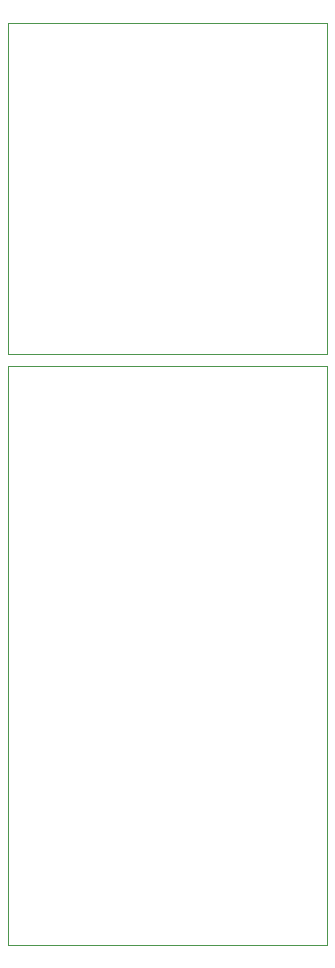
<source format=gbr>
%TF.GenerationSoftware,KiCad,Pcbnew,8.0.5*%
%TF.CreationDate,2024-11-19T12:43:18+11:00*%
%TF.ProjectId,wheel,77686565-6c2e-46b6-9963-61645f706362,rev?*%
%TF.SameCoordinates,Original*%
%TF.FileFunction,Profile,NP*%
%FSLAX46Y46*%
G04 Gerber Fmt 4.6, Leading zero omitted, Abs format (unit mm)*
G04 Created by KiCad (PCBNEW 8.0.5) date 2024-11-19 12:43:18*
%MOMM*%
%LPD*%
G01*
G04 APERTURE LIST*
%TA.AperFunction,Profile*%
%ADD10C,0.050000*%
%TD*%
G04 APERTURE END LIST*
D10*
X104000000Y-89000000D02*
X131000000Y-89000000D01*
X131000000Y-138000000D01*
X104000000Y-138000000D01*
X104000000Y-89000000D01*
X104000000Y-60000000D02*
X131000000Y-60000000D01*
X131000000Y-88000000D01*
X104000000Y-88000000D01*
X104000000Y-60000000D01*
M02*

</source>
